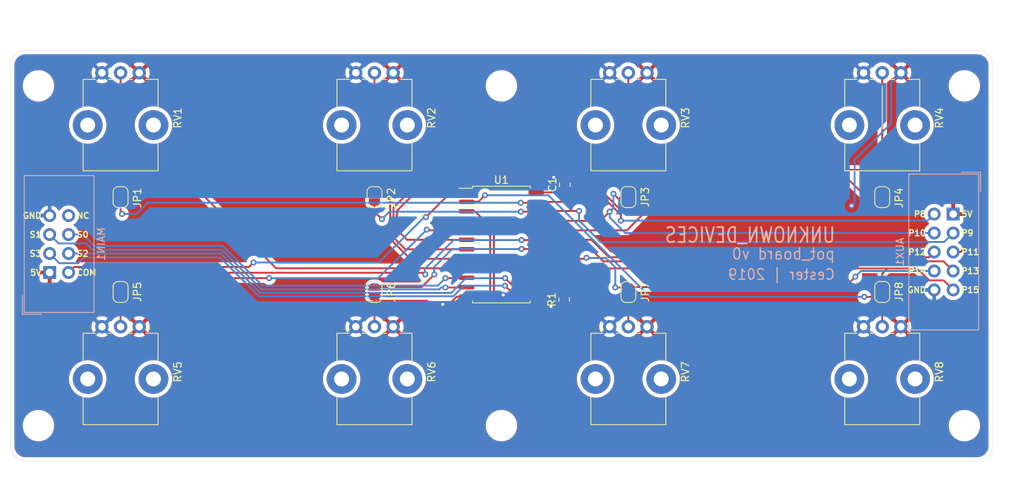
<source format=kicad_pcb>
(kicad_pcb (version 20171130) (host pcbnew "(5.1.2)-1")
  (layers (0 F.Cu signal) (31 B.Cu signal) (34 B.Paste user) (35 F.Paste user) (36 B.SilkS user) (37 F.SilkS user) (38 B.Mask user) (39 F.Mask user) (44 Edge.Cuts user))
  (net 0 "")
  (net 1 +5V)
  (net 2 P8)
  (net 3 P9)
  (net 4 P10)
  (net 5 P11)
  (net 6 P12)
  (net 7 P13)
  (net 8 P14)
  (net 9 P15)
  (net 10 GND)
  (net 11 P0)
  (net 12 P1)
  (net 13 P2)
  (net 14 P3)
  (net 15 P4)
  (net 16 P5)
  (net 17 P6)
  (net 18 P7)
  (net 19 "Net-(R1-Pad2)")
  (net 20 "Net-(C1-Pad1)")
  (net 21 COM)
  (net 22 S3)
  (net 23 S2)
  (net 24 S1)
  (net 25 S0)
  (module Connector_IDC:IDC-Header_2x05_P2.54mm_Vertical (layer B.Cu) (at 220.5 81.92 180)
    (fp_text reference AUX1 (at 7.112 -5.08 90) (layer B.SilkS) (effects (justify mirror)))
    (fp_text value AUX)
    (pad 10 thru_hole oval (at 2.54 -10.16 180) (size 1.7272 1.7272) (drill 1.016) (layers *.Cu *.Mask) (net 10 GND))
    (pad 9 thru_hole oval (at 0 -10.16 180) (size 1.7272 1.7272) (drill 1.016) (layers *.Cu *.Mask) (net 9 P15))
    (pad 8 thru_hole oval (at 2.54 -7.62 180) (size 1.7272 1.7272) (drill 1.016) (layers *.Cu *.Mask) (net 8 P14))
    (pad 7 thru_hole oval (at 0 -7.62 180) (size 1.7272 1.7272) (drill 1.016) (layers *.Cu *.Mask) (net 7 P13))
    (pad 6 thru_hole oval (at 2.54 -5.08 180) (size 1.7272 1.7272) (drill 1.016) (layers *.Cu *.Mask) (net 6 P12))
    (pad 5 thru_hole oval (at 0 -5.08 180) (size 1.7272 1.7272) (drill 1.016) (layers *.Cu *.Mask) (net 5 P11))
    (pad 4 thru_hole oval (at 2.54 -2.54 180) (size 1.7272 1.7272) (drill 1.016) (layers *.Cu *.Mask) (net 4 P10))
    (pad 3 thru_hole oval (at 0 -2.54 180) (size 1.7272 1.7272) (drill 1.016) (layers *.Cu *.Mask) (net 3 P9))
    (pad 2 thru_hole oval (at 2.54 0 180) (size 1.7272 1.7272) (drill 1.016) (layers *.Cu *.Mask) (net 2 P8))
    (pad 1 thru_hole rect (at 0 0 180) (size 1.7272 1.7272) (drill 1.016) (layers *.Cu *.Mask) (net 1 +5V))
  )
  (module Connector_IDC:IDC-Header_2x04_P2.54mm_Vertical (layer B.Cu) (at 99.5 89.74)
    (fp_text reference MAIN1 (at 6.9 -3.805 90) (layer B.SilkS) (effects (justify mirror)))
    (fp_text value MAIN)
    (pad 8 thru_hole oval (at 2.54 -7.62) (size 1.7272 1.7272) (drill 1.016) (layers *.Cu *.Mask))
    (pad 7 thru_hole oval (at 0 -7.62) (size 1.7272 1.7272) (drill 1.016) (layers *.Cu *.Mask) (net 10 GND))
    (pad 6 thru_hole oval (at 2.54 -5.08) (size 1.7272 1.7272) (drill 1.016) (layers *.Cu *.Mask) (net 25 S0))
    (pad 5 thru_hole oval (at 0 -5.08) (size 1.7272 1.7272) (drill 1.016) (layers *.Cu *.Mask) (net 24 S1))
    (pad 4 thru_hole oval (at 2.54 -2.54) (size 1.7272 1.7272) (drill 1.016) (layers *.Cu *.Mask) (net 23 S2))
    (pad 3 thru_hole oval (at 0 -2.54) (size 1.7272 1.7272) (drill 1.016) (layers *.Cu *.Mask) (net 22 S3))
    (pad 2 thru_hole oval (at 2.54 0) (size 1.7272 1.7272) (drill 1.016) (layers *.Cu *.Mask) (net 21 COM))
    (pad 1 thru_hole rect (at 0 0) (size 1.7272 1.7272) (drill 1.016) (layers *.Cu *.Mask) (net 1 +5V))
  )
  (module Potentiometer_THT:Potentiometer_Alps_RK09K_Single_Vertical (layer F.Cu) (at 106.5 63 270)
    (fp_text reference RV1 (at 6.05 -10.15 90) (layer F.SilkS))
    (fp_text value R_POT)
    (pad 3 thru_hole circle (at 0 -5 270) (size 1.8 1.8) (drill 1) (layers *.Cu *.Mask) (net 1 +5V))
    (pad 2 thru_hole circle (at 0 -2.5 270) (size 1.8 1.8) (drill 1) (layers *.Cu *.Mask) (net 11 P0))
    (pad 1 thru_hole circle (at 0 0 270) (size 1.8 1.8) (drill 1) (layers *.Cu *.Mask) (net 10 GND))
    (pad "" np_thru_hole circle (at 7 -6.9 270) (size 4 4) (drill 2) (layers *.Cu *.Mask))
    (pad "" np_thru_hole circle (at 7 1.9 270) (size 4 4) (drill 2) (layers *.Cu *.Mask))
  )
  (module Potentiometer_THT:Potentiometer_Alps_RK09K_Single_Vertical (layer F.Cu) (at 140.5 63 270)
    (fp_text reference RV2 (at 6.05 -10.15 90) (layer F.SilkS))
    (fp_text value R_POT)
    (pad 3 thru_hole circle (at 0 -5 270) (size 1.8 1.8) (drill 1) (layers *.Cu *.Mask) (net 1 +5V))
    (pad 2 thru_hole circle (at 0 -2.5 270) (size 1.8 1.8) (drill 1) (layers *.Cu *.Mask) (net 12 P1))
    (pad 1 thru_hole circle (at 0 0 270) (size 1.8 1.8) (drill 1) (layers *.Cu *.Mask) (net 10 GND))
    (pad "" np_thru_hole circle (at 7 -6.9 270) (size 4 4) (drill 2) (layers *.Cu *.Mask))
    (pad "" np_thru_hole circle (at 7 1.9 270) (size 4 4) (drill 2) (layers *.Cu *.Mask))
  )
  (module Potentiometer_THT:Potentiometer_Alps_RK09K_Single_Vertical (layer F.Cu) (at 174.5 63 270)
    (fp_text reference RV3 (at 6.05 -10.15 90) (layer F.SilkS))
    (fp_text value R_POT)
    (pad 3 thru_hole circle (at 0 -5 270) (size 1.8 1.8) (drill 1) (layers *.Cu *.Mask) (net 1 +5V))
    (pad 2 thru_hole circle (at 0 -2.5 270) (size 1.8 1.8) (drill 1) (layers *.Cu *.Mask) (net 13 P2))
    (pad 1 thru_hole circle (at 0 0 270) (size 1.8 1.8) (drill 1) (layers *.Cu *.Mask) (net 10 GND))
    (pad "" np_thru_hole circle (at 7 -6.9 270) (size 4 4) (drill 2) (layers *.Cu *.Mask))
    (pad "" np_thru_hole circle (at 7 1.9 270) (size 4 4) (drill 2) (layers *.Cu *.Mask))
  )
  (module Potentiometer_THT:Potentiometer_Alps_RK09K_Single_Vertical (layer F.Cu) (at 208.5 63 270)
    (fp_text reference RV4 (at 6.05 -10.15 90) (layer F.SilkS))
    (fp_text value R_POT)
    (pad 3 thru_hole circle (at 0 -5 270) (size 1.8 1.8) (drill 1) (layers *.Cu *.Mask) (net 1 +5V))
    (pad 2 thru_hole circle (at 0 -2.5 270) (size 1.8 1.8) (drill 1) (layers *.Cu *.Mask) (net 14 P3))
    (pad 1 thru_hole circle (at 0 0 270) (size 1.8 1.8) (drill 1) (layers *.Cu *.Mask) (net 10 GND))
    (pad "" np_thru_hole circle (at 7 -6.9 270) (size 4 4) (drill 2) (layers *.Cu *.Mask))
    (pad "" np_thru_hole circle (at 7 1.9 270) (size 4 4) (drill 2) (layers *.Cu *.Mask))
  )
  (module Potentiometer_THT:Potentiometer_Alps_RK09K_Single_Vertical (layer F.Cu) (at 106.5 97 270)
    (fp_text reference RV5 (at 6.05 -10.15 90) (layer F.SilkS))
    (fp_text value R_POT)
    (pad 3 thru_hole circle (at 0 -5 270) (size 1.8 1.8) (drill 1) (layers *.Cu *.Mask) (net 1 +5V))
    (pad 2 thru_hole circle (at 0 -2.5 270) (size 1.8 1.8) (drill 1) (layers *.Cu *.Mask) (net 15 P4))
    (pad 1 thru_hole circle (at 0 0 270) (size 1.8 1.8) (drill 1) (layers *.Cu *.Mask) (net 10 GND))
    (pad "" np_thru_hole circle (at 7 -6.9 270) (size 4 4) (drill 2) (layers *.Cu *.Mask))
    (pad "" np_thru_hole circle (at 7 1.9 270) (size 4 4) (drill 2) (layers *.Cu *.Mask))
  )
  (module Potentiometer_THT:Potentiometer_Alps_RK09K_Single_Vertical (layer F.Cu) (at 140.5 97 270)
    (fp_text reference RV6 (at 6.05 -10.15 90) (layer F.SilkS))
    (fp_text value R_POT)
    (pad 3 thru_hole circle (at 0 -5 270) (size 1.8 1.8) (drill 1) (layers *.Cu *.Mask) (net 1 +5V))
    (pad 2 thru_hole circle (at 0 -2.5 270) (size 1.8 1.8) (drill 1) (layers *.Cu *.Mask) (net 16 P5))
    (pad 1 thru_hole circle (at 0 0 270) (size 1.8 1.8) (drill 1) (layers *.Cu *.Mask) (net 10 GND))
    (pad "" np_thru_hole circle (at 7 -6.9 270) (size 4 4) (drill 2) (layers *.Cu *.Mask))
    (pad "" np_thru_hole circle (at 7 1.9 270) (size 4 4) (drill 2) (layers *.Cu *.Mask))
  )
  (module Potentiometer_THT:Potentiometer_Alps_RK09K_Single_Vertical (layer F.Cu) (at 174.5 97 270)
    (fp_text reference RV7 (at 6.05 -10.15 90) (layer F.SilkS))
    (fp_text value R_POT)
    (pad 3 thru_hole circle (at 0 -5 270) (size 1.8 1.8) (drill 1) (layers *.Cu *.Mask) (net 1 +5V))
    (pad 2 thru_hole circle (at 0 -2.5 270) (size 1.8 1.8) (drill 1) (layers *.Cu *.Mask) (net 17 P6))
    (pad 1 thru_hole circle (at 0 0 270) (size 1.8 1.8) (drill 1) (layers *.Cu *.Mask) (net 10 GND))
    (pad "" np_thru_hole circle (at 7 -6.9 270) (size 4 4) (drill 2) (layers *.Cu *.Mask))
    (pad "" np_thru_hole circle (at 7 1.9 270) (size 4 4) (drill 2) (layers *.Cu *.Mask))
  )
  (module Potentiometer_THT:Potentiometer_Alps_RK09K_Single_Vertical (layer F.Cu) (at 208.5 97 270)
    (fp_text reference RV8 (at 6.05 -10.15 90) (layer F.SilkS))
    (fp_text value R_POT)
    (pad 3 thru_hole circle (at 0 -5 270) (size 1.8 1.8) (drill 1) (layers *.Cu *.Mask) (net 1 +5V))
    (pad 2 thru_hole circle (at 0 -2.5 270) (size 1.8 1.8) (drill 1) (layers *.Cu *.Mask) (net 18 P7))
    (pad 1 thru_hole circle (at 0 0 270) (size 1.8 1.8) (drill 1) (layers *.Cu *.Mask) (net 10 GND))
    (pad "" np_thru_hole circle (at 7 -6.9 270) (size 4 4) (drill 2) (layers *.Cu *.Mask))
    (pad "" np_thru_hole circle (at 7 1.9 270) (size 4 4) (drill 2) (layers *.Cu *.Mask))
  )
  (module MountingHole:MountingHole_3.2mm_M3 (layer F.Cu) (at 222 110.25)
    (fp_text reference H6 hide)
    (fp_text value MountingHole)
    (pad 1 np_thru_hole circle (at 0 0) (size 3.2 3.2) (drill 3.2) (layers *.Cu *.Mask))
  )
  (module MountingHole:MountingHole_3.2mm_M3 (layer F.Cu) (at 160 110.25)
    (fp_text reference H5 hide)
    (fp_text value MountingHole)
    (pad 1 np_thru_hole circle (at 0 0) (size 3.2 3.2) (drill 3.2) (layers *.Cu *.Mask))
  )
  (module MountingHole:MountingHole_3.2mm_M3 (layer F.Cu) (at 98 110.25)
    (fp_text reference H4 hide)
    (fp_text value MountingHole)
    (pad 1 np_thru_hole circle (at 0 0) (size 3.2 3.2) (drill 3.2) (layers *.Cu *.Mask))
  )
  (module MountingHole:MountingHole_3.2mm_M3 (layer F.Cu) (at 222 64.75)
    (fp_text reference H3 hide)
    (fp_text value MountingHole)
    (pad 1 np_thru_hole circle (at 0 0) (size 3.2 3.2) (drill 3.2) (layers *.Cu *.Mask))
  )
  (module MountingHole:MountingHole_3.2mm_M3 (layer F.Cu) (at 160 64.75)
    (fp_text reference H2 hide)
    (fp_text value MountingHole)
    (pad 1 np_thru_hole circle (at 0 0) (size 3.2 3.2) (drill 3.2) (layers *.Cu *.Mask))
  )
  (module MountingHole:MountingHole_3.2mm_M3 (layer F.Cu) (at 98 64.75)
    (fp_text reference H1 hide)
    (fp_text value MountingHole)
    (pad 1 np_thru_hole circle (at 0 0) (size 3.2 3.2) (drill 3.2) (layers *.Cu *.Mask))
  )
  (module Capacitor_SMD:C_0805_2012Metric (layer F.Cu) (at 168.5 78 90)
    (fp_text reference C1 (at 0 -1.65 90) (layer F.SilkS))
    (fp_text value 0.1uf)
    (pad 1 smd roundrect (at -0.9375 0 90) (size 0.975 1.4) (layers F.Cu F.Paste F.Mask) (net 20 "Net-(C1-Pad1)"))
    (pad 2 smd roundrect (at 0.9375 0 90) (size 0.975 1.4) (layers F.Cu F.Paste F.Mask) (net 10 GND))
  )
  (module Jumper:SolderJumper-2_P1.3mm_Open_RoundedPad1.0x1.5mm (layer F.Cu) (at 109 79.65 90)
    (fp_text reference JP1 (at -0.1 2.25 270) (layer F.SilkS))
    (fp_text value JP_aux)
    (pad 2 smd custom (at 0.65 0 90) (size 1 0.5) (layers F.Cu F.Mask) (net 11 P0) (options (clearance outline) (anchor rect)) (primitives (gr_circle (center 0 0.25) (end 0.5 0.25) (width 0)) (gr_circle (center 0 -0.25) (end 0.5 -0.25) (width 0)) (gr_poly (pts (xy 0 -0.75) (xy -0.5 -0.75) (xy -0.5 0.75) (xy 0 0.75)) (width 0))))
    (pad 1 smd custom (at -0.65 0 90) (size 1 0.5) (layers F.Cu F.Mask) (net 2 P8) (options (clearance outline) (anchor rect)) (primitives (gr_circle (center 0 0.25) (end 0.5 0.25) (width 0)) (gr_circle (center 0 -0.25) (end 0.5 -0.25) (width 0)) (gr_poly (pts (xy 0 -0.75) (xy 0.5 -0.75) (xy 0.5 0.75) (xy 0 0.75)) (width 0))))
  )
  (module Jumper:SolderJumper-2_P1.3mm_Open_RoundedPad1.0x1.5mm (layer F.Cu) (at 143 79.65 90)
    (fp_text reference JP2 (at -0.1 2.25 90) (layer F.SilkS))
    (fp_text value JP_aux)
    (pad 1 smd custom (at -0.65 0 90) (size 1 0.5) (layers F.Cu F.Mask) (net 3 P9) (options (clearance outline) (anchor rect)) (primitives (gr_circle (center 0 0.25) (end 0.5 0.25) (width 0)) (gr_circle (center 0 -0.25) (end 0.5 -0.25) (width 0)) (gr_poly (pts (xy 0 -0.75) (xy 0.5 -0.75) (xy 0.5 0.75) (xy 0 0.75)) (width 0))))
    (pad 2 smd custom (at 0.65 0 90) (size 1 0.5) (layers F.Cu F.Mask) (net 12 P1) (options (clearance outline) (anchor rect)) (primitives (gr_circle (center 0 0.25) (end 0.5 0.25) (width 0)) (gr_circle (center 0 -0.25) (end 0.5 -0.25) (width 0)) (gr_poly (pts (xy 0 -0.75) (xy -0.5 -0.75) (xy -0.5 0.75) (xy 0 0.75)) (width 0))))
  )
  (module Jumper:SolderJumper-2_P1.3mm_Open_RoundedPad1.0x1.5mm (layer F.Cu) (at 177 79.65 90)
    (fp_text reference JP3 (at 0 2.25 90) (layer F.SilkS))
    (fp_text value JP_aux)
    (pad 2 smd custom (at 0.65 0 90) (size 1 0.5) (layers F.Cu F.Mask) (net 13 P2) (options (clearance outline) (anchor rect)) (primitives (gr_circle (center 0 0.25) (end 0.5 0.25) (width 0)) (gr_circle (center 0 -0.25) (end 0.5 -0.25) (width 0)) (gr_poly (pts (xy 0 -0.75) (xy -0.5 -0.75) (xy -0.5 0.75) (xy 0 0.75)) (width 0))))
    (pad 1 smd custom (at -0.65 0 90) (size 1 0.5) (layers F.Cu F.Mask) (net 4 P10) (options (clearance outline) (anchor rect)) (primitives (gr_circle (center 0 0.25) (end 0.5 0.25) (width 0)) (gr_circle (center 0 -0.25) (end 0.5 -0.25) (width 0)) (gr_poly (pts (xy 0 -0.75) (xy 0.5 -0.75) (xy 0.5 0.75) (xy 0 0.75)) (width 0))))
  )
  (module Jumper:SolderJumper-2_P1.3mm_Open_RoundedPad1.0x1.5mm (layer F.Cu) (at 211 79.65 90)
    (fp_text reference JP4 (at -0.1 2.25 90) (layer F.SilkS))
    (fp_text value JP_aux)
    (pad 1 smd custom (at -0.65 0 90) (size 1 0.5) (layers F.Cu F.Mask) (net 5 P11) (options (clearance outline) (anchor rect)) (primitives (gr_circle (center 0 0.25) (end 0.5 0.25) (width 0)) (gr_circle (center 0 -0.25) (end 0.5 -0.25) (width 0)) (gr_poly (pts (xy 0 -0.75) (xy 0.5 -0.75) (xy 0.5 0.75) (xy 0 0.75)) (width 0))))
    (pad 2 smd custom (at 0.65 0 90) (size 1 0.5) (layers F.Cu F.Mask) (net 14 P3) (options (clearance outline) (anchor rect)) (primitives (gr_circle (center 0 0.25) (end 0.5 0.25) (width 0)) (gr_circle (center 0 -0.25) (end 0.5 -0.25) (width 0)) (gr_poly (pts (xy 0 -0.75) (xy -0.5 -0.75) (xy -0.5 0.75) (xy 0 0.75)) (width 0))))
  )
  (module Jumper:SolderJumper-2_P1.3mm_Open_RoundedPad1.0x1.5mm (layer F.Cu) (at 109 92.350001 270)
    (fp_text reference JP5 (at 0 -2.25 90) (layer F.SilkS))
    (fp_text value JP_aux)
    (pad 1 smd custom (at -0.65 0 270) (size 1 0.5) (layers F.Cu F.Mask) (net 6 P12) (options (clearance outline) (anchor rect)) (primitives (gr_circle (center 0 0.25) (end 0.5 0.25) (width 0)) (gr_circle (center 0 -0.25) (end 0.5 -0.25) (width 0)) (gr_poly (pts (xy 0 -0.75) (xy 0.5 -0.75) (xy 0.5 0.75) (xy 0 0.75)) (width 0))))
    (pad 2 smd custom (at 0.65 0 270) (size 1 0.5) (layers F.Cu F.Mask) (net 15 P4) (options (clearance outline) (anchor rect)) (primitives (gr_circle (center 0 0.25) (end 0.5 0.25) (width 0)) (gr_circle (center 0 -0.25) (end 0.5 -0.25) (width 0)) (gr_poly (pts (xy 0 -0.75) (xy -0.5 -0.75) (xy -0.5 0.75) (xy 0 0.75)) (width 0))))
  )
  (module Jumper:SolderJumper-2_P1.3mm_Open_RoundedPad1.0x1.5mm (layer F.Cu) (at 143 92.350001 270)
    (fp_text reference JP6 (at 0 -2.25 90) (layer F.SilkS))
    (fp_text value JP_aux)
    (pad 2 smd custom (at 0.65 0 270) (size 1 0.5) (layers F.Cu F.Mask) (net 16 P5) (options (clearance outline) (anchor rect)) (primitives (gr_circle (center 0 0.25) (end 0.5 0.25) (width 0)) (gr_circle (center 0 -0.25) (end 0.5 -0.25) (width 0)) (gr_poly (pts (xy 0 -0.75) (xy -0.5 -0.75) (xy -0.5 0.75) (xy 0 0.75)) (width 0))))
    (pad 1 smd custom (at -0.65 0 270) (size 1 0.5) (layers F.Cu F.Mask) (net 7 P13) (options (clearance outline) (anchor rect)) (primitives (gr_circle (center 0 0.25) (end 0.5 0.25) (width 0)) (gr_circle (center 0 -0.25) (end 0.5 -0.25) (width 0)) (gr_poly (pts (xy 0 -0.75) (xy 0.5 -0.75) (xy 0.5 0.75) (xy 0 0.75)) (width 0))))
  )
  (module Jumper:SolderJumper-2_P1.3mm_Open_RoundedPad1.0x1.5mm (layer F.Cu) (at 177 92.35 270)
    (fp_text reference JP7 (at 0 -2.25 90) (layer F.SilkS))
    (fp_text value JP_aux)
    (pad 1 smd custom (at -0.65 0 270) (size 1 0.5) (layers F.Cu F.Mask) (net 8 P14) (options (clearance outline) (anchor rect)) (primitives (gr_circle (center 0 0.25) (end 0.5 0.25) (width 0)) (gr_circle (center 0 -0.25) (end 0.5 -0.25) (width 0)) (gr_poly (pts (xy 0 -0.75) (xy 0.5 -0.75) (xy 0.5 0.75) (xy 0 0.75)) (width 0))))
    (pad 2 smd custom (at 0.65 0 270) (size 1 0.5) (layers F.Cu F.Mask) (net 17 P6) (options (clearance outline) (anchor rect)) (primitives (gr_circle (center 0 0.25) (end 0.5 0.25) (width 0)) (gr_circle (center 0 -0.25) (end 0.5 -0.25) (width 0)) (gr_poly (pts (xy 0 -0.75) (xy -0.5 -0.75) (xy -0.5 0.75) (xy 0 0.75)) (width 0))))
  )
  (module Jumper:SolderJumper-2_P1.3mm_Open_RoundedPad1.0x1.5mm (layer F.Cu) (at 211 92.35 270)
    (fp_text reference JP8 (at 0 -2.25 90) (layer F.SilkS))
    (fp_text value JP_aux)
    (pad 2 smd custom (at 0.65 0 270) (size 1 0.5) (layers F.Cu F.Mask) (net 18 P7) (options (clearance outline) (anchor rect)) (primitives (gr_circle (center 0 0.25) (end 0.5 0.25) (width 0)) (gr_circle (center 0 -0.25) (end 0.5 -0.25) (width 0)) (gr_poly (pts (xy 0 -0.75) (xy -0.5 -0.75) (xy -0.5 0.75) (xy 0 0.75)) (width 0))))
    (pad 1 smd custom (at -0.65 0 270) (size 1 0.5) (layers F.Cu F.Mask) (net 9 P15) (options (clearance outline) (anchor rect)) (primitives (gr_circle (center 0 0.25) (end 0.5 0.25) (width 0)) (gr_circle (center 0 -0.25) (end 0.5 -0.25) (width 0)) (gr_poly (pts (xy 0 -0.75) (xy 0.5 -0.75) (xy 0.5 0.75) (xy 0 0.75)) (width 0))))
  )
  (module Resistor_SMD:R_0805_2012Metric (layer F.Cu) (at 168.4 93.3625 90)
    (fp_text reference R1 (at 0 -1.65 90) (layer F.SilkS))
    (fp_text value 10K)
    (pad 1 smd roundrect (at -0.9375 0 90) (size 0.975 1.4) (layers F.Cu F.Paste F.Mask) (net 10 GND))
    (pad 2 smd roundrect (at 0.9375 0 90) (size 0.975 1.4) (layers F.Cu F.Paste F.Mask) (net 19 "Net-(R1-Pad2)"))
  )
  (module Package_SO:SOIC-24W_7.5x15.4mm_P1.27mm (layer F.Cu) (at 160 86)
    (fp_text reference U1 (at 0 -8.65) (layer F.SilkS))
    (fp_text value CD74HC4067M)
    (pad 1 smd roundrect (at -4.65 -6.985) (size 2.05 0.6) (layers F.Cu F.Paste F.Mask) (net 21 COM))
    (pad 2 smd roundrect (at -4.65 -5.715) (size 2.05 0.6) (layers F.Cu F.Paste F.Mask) (net 18 P7))
    (pad 3 smd roundrect (at -4.65 -4.445) (size 2.05 0.6) (layers F.Cu F.Paste F.Mask) (net 17 P6))
    (pad 4 smd roundrect (at -4.65 -3.175) (size 2.05 0.6) (layers F.Cu F.Paste F.Mask) (net 16 P5))
    (pad 5 smd roundrect (at -4.65 -1.905) (size 2.05 0.6) (layers F.Cu F.Paste F.Mask) (net 15 P4))
    (pad 6 smd roundrect (at -4.65 -0.635) (size 2.05 0.6) (layers F.Cu F.Paste F.Mask) (net 14 P3))
    (pad 7 smd roundrect (at -4.65 0.635) (size 2.05 0.6) (layers F.Cu F.Paste F.Mask) (net 13 P2))
    (pad 8 smd roundrect (at -4.65 1.905) (size 2.05 0.6) (layers F.Cu F.Paste F.Mask) (net 12 P1))
    (pad 9 smd roundrect (at -4.65 3.175) (size 2.05 0.6) (layers F.Cu F.Paste F.Mask) (net 11 P0))
    (pad 10 smd roundrect (at -4.65 4.445) (size 2.05 0.6) (layers F.Cu F.Paste F.Mask) (net 25 S0))
    (pad 11 smd roundrect (at -4.65 5.715) (size 2.05 0.6) (layers F.Cu F.Paste F.Mask) (net 24 S1))
    (pad 12 smd roundrect (at -4.65 6.985) (size 2.05 0.6) (layers F.Cu F.Paste F.Mask) (net 10 GND))
    (pad 13 smd roundrect (at 4.65 6.985) (size 2.05 0.6) (layers F.Cu F.Paste F.Mask) (net 22 S3))
    (pad 14 smd roundrect (at 4.65 5.715) (size 2.05 0.6) (layers F.Cu F.Paste F.Mask) (net 23 S2))
    (pad 15 smd roundrect (at 4.65 4.445) (size 2.05 0.6) (layers F.Cu F.Paste F.Mask) (net 19 "Net-(R1-Pad2)"))
    (pad 16 smd roundrect (at 4.65 3.175) (size 2.05 0.6) (layers F.Cu F.Paste F.Mask) (net 9 P15))
    (pad 17 smd roundrect (at 4.65 1.905) (size 2.05 0.6) (layers F.Cu F.Paste F.Mask) (net 8 P14))
    (pad 18 smd roundrect (at 4.65 0.635) (size 2.05 0.6) (layers F.Cu F.Paste F.Mask) (net 7 P13))
    (pad 19 smd roundrect (at 4.65 -0.635) (size 2.05 0.6) (layers F.Cu F.Paste F.Mask) (net 6 P12))
    (pad 20 smd roundrect (at 4.65 -1.905) (size 2.05 0.6) (layers F.Cu F.Paste F.Mask) (net 5 P11))
    (pad 21 smd roundrect (at 4.65 -3.175) (size 2.05 0.6) (layers F.Cu F.Paste F.Mask) (net 4 P10))
    (pad 22 smd roundrect (at 4.65 -4.445) (size 2.05 0.6) (layers F.Cu F.Paste F.Mask) (net 3 P9))
    (pad 23 smd roundrect (at 4.65 -5.715) (size 2.05 0.6) (layers F.Cu F.Paste F.Mask) (net 2 P8))
    (pad 24 smd roundrect (at 4.65 -6.985) (size 2.05 0.6) (layers F.Cu F.Paste F.Mask) (net 20 "Net-(C1-Pad1)"))
  )
  (gr_line (start 211 70.5) (end 211 64.75) (layer F.SilkS) (width 0.12))
  (gr_text "Cester | 2019" (at 190.25 90) (layer B.SilkS) (effects (font (size 1.4 1.3) (thickness 0.17)) (justify right mirror)))
  (gr_text "pot_board v0" (at 190.75 87.25) (layer B.SilkS) (effects (font (size 1.5 1.4) (thickness 0.17)) (justify right mirror)))
  (gr_text UNKNOWN_DEVICES (at 181.75 84.75) (layer B.SilkS) (effects (font (size 2 1.6) (thickness 0.24)) (justify right mirror)))
  (gr_text P15 (at 221.516 92.08) (layer F.SilkS) (effects (font (size 0.8 0.8) (thickness 0.17)) (justify left)))
  (gr_text GND (at 216.944 92.08) (layer F.SilkS) (effects (font (size 0.8 0.8) (thickness 0.17)) (justify right)))
  (gr_text P13 (at 221.516 89.54) (layer F.SilkS) (effects (font (size 0.8 0.8) (thickness 0.17)) (justify left)))
  (gr_text P14 (at 216.944 89.54) (layer F.SilkS) (effects (font (size 0.8 0.8) (thickness 0.17)) (justify right)))
  (gr_text P11 (at 221.516 87) (layer F.SilkS) (effects (font (size 0.8 0.8) (thickness 0.17)) (justify left)))
  (gr_text P12 (at 216.944 87) (layer F.SilkS) (effects (font (size 0.8 0.8) (thickness 0.17)) (justify right)))
  (gr_text P9 (at 221.516 84.46) (layer F.SilkS) (effects (font (size 0.8 0.8) (thickness 0.17)) (justify left)))
  (gr_text P10 (at 216.944 84.46) (layer F.SilkS) (effects (font (size 0.8 0.8) (thickness 0.17)) (justify right)))
  (gr_text 5V (at 221.516 81.92) (layer F.SilkS) (effects (font (size 0.8 0.8) (thickness 0.17)) (justify left)))
  (gr_text P8 (at 216.944 81.92) (layer F.SilkS) (effects (font (size 0.8 0.8) (thickness 0.17)) (justify right)))
  (gr_text 5V (at 98.476 89.754) (layer F.SilkS) (effects (font (size 0.8 0.8) (thickness 0.17)) (justify right)))
  (gr_text S3 (at 98.476 87.214) (layer F.SilkS) (effects (font (size 0.8 0.8) (thickness 0.17)) (justify right)))
  (gr_text S1 (at 98.476 84.674) (layer F.SilkS) (effects (font (size 0.8 0.8) (thickness 0.17)) (justify right)))
  (gr_text COM (at 103.048 89.754) (layer F.SilkS) (effects (font (size 0.8 0.8) (thickness 0.17)) (justify left)))
  (gr_text S2 (at 103.048 87.214) (layer F.SilkS) (effects (font (size 0.8 0.8) (thickness 0.17)) (justify left)))
  (gr_text S0 (at 103.048 84.674) (layer F.SilkS) (effects (font (size 0.8 0.8) (thickness 0.17)) (justify left)))
  (gr_text GND (at 98.476 82.134) (layer F.SilkS) (effects (font (size 0.8 0.8) (thickness 0.17)) (justify right)))
  (gr_text NC (at 103.048 82.134) (layer F.SilkS) (effects (font (size 0.8 0.8) (thickness 0.17)) (justify left)))
  (gr_line (start 225.75 62) (end 225.75 113) (layer Edge.Cuts) (width 0.05))
  (gr_arc (start 223.750001 62) (end 225.750001 61.999999) (angle -90) (layer Edge.Cuts) (width 0.05))
  (gr_arc (start 223.749999 113) (end 223.749999 115.000001) (angle -90) (layer Edge.Cuts) (width 0.05))
  (gr_arc (start 96.25 62) (end 96.25 60) (angle -90) (layer Edge.Cuts) (width 0.05))
  (gr_arc (start 96.25 113) (end 94.25 113) (angle -90) (layer Edge.Cuts) (width 0.05))
  (gr_line (start 223.749999 115.000001) (end 96.25 115) (layer Edge.Cuts) (width 0.05))
  (gr_line (start 96.25 60) (end 223.749999 60) (layer Edge.Cuts) (width 0.05))
  (gr_line (start 94.25 113) (end 94.25 62) (layer Edge.Cuts) (width 0.05))
  (via (at 206.9 80.8) (size 0.8) (drill 0.4) (layers F.Cu B.Cu) (net 1))
  (segment (start 212.2 64.3) (end 213.5 63) (width 0.25) (layer B.Cu) (net 1))
  (segment (start 212.2 69.758998) (end 212.2 64.3) (width 0.25) (layer B.Cu) (net 1))
  (segment (start 207.299999 74.658999) (end 212.2 69.758998) (width 0.25) (layer B.Cu) (net 1))
  (segment (start 206.9 80.8) (end 207.299999 80.400001) (width 0.25) (layer B.Cu) (net 1))
  (segment (start 207.299999 80.400001) (end 207.299999 74.658999) (width 0.25) (layer B.Cu) (net 1))
  (via (at 109.2 81.9) (size 0.8) (drill 0.4) (layers F.Cu B.Cu) (net 2))
  (segment (start 109 80.3) (end 109 81.7) (width 0.25) (layer F.Cu) (net 2))
  (segment (start 109 81.7) (end 109.2 81.9) (width 0.25) (layer F.Cu) (net 2))
  (via (at 162.6 80.4) (size 0.8) (drill 0.4) (layers F.Cu B.Cu) (net 2))
  (segment (start 164.535 80.4) (end 164.65 80.285) (width 0.25) (layer F.Cu) (net 2))
  (segment (start 162.6 80.4) (end 164.535 80.4) (width 0.25) (layer F.Cu) (net 2))
  (via (at 176 82.8) (size 0.8) (drill 0.4) (layers F.Cu B.Cu) (net 2))
  (segment (start 172.248589 80.285) (end 164.65 80.285) (width 0.25) (layer F.Cu) (net 2))
  (segment (start 174.248589 80.285) (end 172.248589 80.285) (width 0.25) (layer F.Cu) (net 2))
  (segment (start 176 82.8) (end 176 82.036411) (width 0.25) (layer F.Cu) (net 2))
  (segment (start 176 82.036411) (end 174.248589 80.285) (width 0.25) (layer F.Cu) (net 2))
  (segment (start 162.034315 80.4) (end 162.6 80.4) (width 0.25) (layer B.Cu) (net 2))
  (segment (start 112.6 80.4) (end 162.034315 80.4) (width 0.25) (layer B.Cu) (net 2))
  (segment (start 109.2 81.9) (end 111.1 81.9) (width 0.25) (layer B.Cu) (net 2))
  (segment (start 111.1 81.9) (end 112.6 80.4) (width 0.25) (layer B.Cu) (net 2))
  (segment (start 217.08 82.8) (end 217.96 81.92) (width 0.25) (layer B.Cu) (net 2))
  (segment (start 176 82.8) (end 217.08 82.8) (width 0.25) (layer B.Cu) (net 2))
  (via (at 162.6 81.6) (size 0.8) (drill 0.4) (layers F.Cu B.Cu) (net 3))
  (segment (start 164.605 81.6) (end 164.65 81.555) (width 0.25) (layer F.Cu) (net 3))
  (segment (start 162.6 81.6) (end 164.605 81.6) (width 0.25) (layer F.Cu) (net 3))
  (via (at 170.4 81.5) (size 0.8) (drill 0.4) (layers F.Cu B.Cu) (net 3))
  (via (at 144 82.6) (size 0.8) (drill 0.4) (layers F.Cu B.Cu) (net 3))
  (segment (start 143 81.6) (end 143.600001 82.200001) (width 0.25) (layer F.Cu) (net 3))
  (segment (start 143 80.3) (end 143 81.6) (width 0.25) (layer F.Cu) (net 3))
  (segment (start 143.600001 82.200001) (end 144 82.6) (width 0.25) (layer F.Cu) (net 3))
  (segment (start 144.399999 82.200001) (end 144 82.6) (width 0.25) (layer B.Cu) (net 3))
  (segment (start 162.6 81.6) (end 145 81.6) (width 0.25) (layer B.Cu) (net 3))
  (segment (start 145 81.6) (end 144.399999 82.200001) (width 0.25) (layer B.Cu) (net 3))
  (segment (start 164.705 81.5) (end 164.65 81.555) (width 0.25) (layer F.Cu) (net 3))
  (segment (start 170.4 81.5) (end 164.705 81.5) (width 0.25) (layer F.Cu) (net 3))
  (segment (start 219.454999 85.505001) (end 220.5 84.46) (width 0.25) (layer B.Cu) (net 3))
  (segment (start 219.311399 85.648601) (end 219.454999 85.505001) (width 0.25) (layer B.Cu) (net 3))
  (segment (start 173.275599 85.648601) (end 219.311399 85.648601) (width 0.25) (layer B.Cu) (net 3))
  (segment (start 170.4 81.5) (end 170.4 82.773002) (width 0.25) (layer B.Cu) (net 3))
  (segment (start 170.4 82.773002) (end 173.275599 85.648601) (width 0.25) (layer B.Cu) (net 3))
  (via (at 174.5 81.599998) (size 0.8) (drill 0.4) (layers F.Cu B.Cu) (net 4))
  (via (at 175 79.2) (size 0.8) (drill 0.4) (layers F.Cu B.Cu) (net 4))
  (segment (start 175.399999 79.599999) (end 175 79.2) (width 0.25) (layer F.Cu) (net 4))
  (segment (start 176.1 80.3) (end 175.399999 79.599999) (width 0.25) (layer F.Cu) (net 4))
  (segment (start 177 80.3) (end 176.1 80.3) (width 0.25) (layer F.Cu) (net 4))
  (segment (start 175 81.099998) (end 174.5 81.599998) (width 0.25) (layer B.Cu) (net 4))
  (segment (start 175 79.2) (end 175 81.099998) (width 0.25) (layer B.Cu) (net 4))
  (segment (start 171.274998 82.825) (end 164.65 82.825) (width 0.25) (layer F.Cu) (net 4))
  (segment (start 174.5 81.599998) (end 173.274998 82.825) (width 0.25) (layer F.Cu) (net 4))
  (segment (start 173.274998 82.825) (end 171.274998 82.825) (width 0.25) (layer F.Cu) (net 4))
  (segment (start 174.5 82.373004) (end 174.5 81.599998) (width 0.25) (layer B.Cu) (net 4))
  (segment (start 217.96 84.46) (end 176.586996 84.46) (width 0.25) (layer B.Cu) (net 4))
  (segment (start 176.586996 84.46) (end 174.5 82.373004) (width 0.25) (layer B.Cu) (net 4))
  (segment (start 214.5 80.3) (end 215.4 79.4) (width 0.25) (layer F.Cu) (net 5))
  (segment (start 211 80.3) (end 214.5 80.3) (width 0.25) (layer F.Cu) (net 5))
  (segment (start 221.5 87) (end 220.5 87) (width 0.25) (layer F.Cu) (net 5))
  (segment (start 215.4 79.4) (end 221.8 79.4) (width 0.25) (layer F.Cu) (net 5))
  (segment (start 221.8 79.4) (end 223.5 81.1) (width 0.25) (layer F.Cu) (net 5))
  (segment (start 223.5 81.1) (end 223.5 85) (width 0.25) (layer F.Cu) (net 5))
  (segment (start 223.5 85) (end 221.5 87) (width 0.25) (layer F.Cu) (net 5))
  (segment (start 209.5 80.3) (end 211 80.3) (width 0.25) (layer F.Cu) (net 5))
  (segment (start 205.7 76.5) (end 209.5 80.3) (width 0.25) (layer F.Cu) (net 5))
  (segment (start 184.4 76.5) (end 205.7 76.5) (width 0.25) (layer F.Cu) (net 5))
  (segment (start 164.65 84.095) (end 176.805 84.095) (width 0.25) (layer F.Cu) (net 5))
  (segment (start 176.805 84.095) (end 184.4 76.5) (width 0.25) (layer F.Cu) (net 5))
  (segment (start 164.65 85.365) (end 164.715011 85.299989) (width 0.25) (layer F.Cu) (net 6))
  (via (at 162.7 85.4) (size 0.8) (drill 0.4) (layers F.Cu B.Cu) (net 6))
  (segment (start 164.615 85.4) (end 164.65 85.365) (width 0.25) (layer F.Cu) (net 6))
  (segment (start 162.7 85.4) (end 164.615 85.4) (width 0.25) (layer F.Cu) (net 6))
  (via (at 149.8 90) (size 0.8) (drill 0.4) (layers F.Cu B.Cu) (net 6))
  (segment (start 149.75 89.95) (end 149.8 90) (width 0.25) (layer B.Cu) (net 6))
  (segment (start 149.75 89.25) (end 149.75 89.95) (width 0.25) (layer B.Cu) (net 6))
  (segment (start 162.7 85.4) (end 153.6 85.4) (width 0.25) (layer B.Cu) (net 6))
  (segment (start 153.6 85.4) (end 149.75 89.25) (width 0.25) (layer B.Cu) (net 6))
  (segment (start 149.574998 89.774998) (end 149.8 90) (width 0.25) (layer F.Cu) (net 6))
  (segment (start 110.325003 89.774998) (end 149.574998 89.774998) (width 0.25) (layer F.Cu) (net 6))
  (segment (start 109 91.700001) (end 109 91.100001) (width 0.25) (layer F.Cu) (net 6))
  (segment (start 109 91.100001) (end 110.325003 89.774998) (width 0.25) (layer F.Cu) (net 6))
  (segment (start 172.065 85.365) (end 164.65 85.365) (width 0.25) (layer F.Cu) (net 6))
  (segment (start 174.4 87.7) (end 172.065 85.365) (width 0.25) (layer F.Cu) (net 6))
  (segment (start 217.96 87) (end 217.26 87.7) (width 0.25) (layer F.Cu) (net 6))
  (segment (start 217.26 87.7) (end 174.4 87.7) (width 0.25) (layer F.Cu) (net 6))
  (via (at 162.7 86.6) (size 0.8) (drill 0.4) (layers F.Cu B.Cu) (net 7))
  (segment (start 164.615 86.6) (end 164.65 86.635) (width 0.25) (layer F.Cu) (net 7))
  (segment (start 162.7 86.6) (end 164.615 86.6) (width 0.25) (layer F.Cu) (net 7))
  (via (at 151.012656 90.012664) (size 0.8) (drill 0.4) (layers F.Cu B.Cu) (net 7))
  (segment (start 151 90.000008) (end 151.012656 90.012664) (width 0.25) (layer B.Cu) (net 7))
  (segment (start 151 89) (end 151 90.000008) (width 0.25) (layer B.Cu) (net 7))
  (segment (start 162.7 86.6) (end 153.4 86.6) (width 0.25) (layer B.Cu) (net 7))
  (segment (start 153.4 86.6) (end 151 89) (width 0.25) (layer B.Cu) (net 7))
  (segment (start 149.325319 91.700001) (end 151.012656 90.012664) (width 0.25) (layer F.Cu) (net 7))
  (segment (start 143 91.700001) (end 147.325319 91.700001) (width 0.25) (layer F.Cu) (net 7))
  (segment (start 149.325319 91.700001) (end 147.325319 91.700001) (width 0.25) (layer F.Cu) (net 7))
  (segment (start 219.636401 88.676401) (end 220.5 89.54) (width 0.25) (layer F.Cu) (net 7))
  (segment (start 219.21 88.25) (end 219.636401 88.676401) (width 0.25) (layer F.Cu) (net 7))
  (segment (start 173.65 88.25) (end 219.21 88.25) (width 0.25) (layer F.Cu) (net 7))
  (segment (start 164.65 86.635) (end 172.035 86.635) (width 0.25) (layer F.Cu) (net 7))
  (segment (start 172.035 86.635) (end 173.65 88.25) (width 0.25) (layer F.Cu) (net 7))
  (via (at 175.25 91.75) (size 0.8) (drill 0.4) (layers F.Cu B.Cu) (net 8))
  (segment (start 176.95 91.75) (end 177 91.7) (width 0.25) (layer F.Cu) (net 8))
  (segment (start 175.25 91.75) (end 176.95 91.75) (width 0.25) (layer F.Cu) (net 8))
  (via (at 171.404998 87.77499) (size 0.8) (drill 0.4) (layers F.Cu B.Cu) (net 8))
  (segment (start 171.274988 87.905) (end 171.404998 87.77499) (width 0.25) (layer F.Cu) (net 8))
  (segment (start 171.404998 87.8) (end 171.404998 87.77499) (width 0.25) (layer B.Cu) (net 8))
  (segment (start 174 87.8) (end 171.404998 87.8) (width 0.25) (layer B.Cu) (net 8))
  (segment (start 175.25 91.75) (end 175.25 89.05) (width 0.25) (layer B.Cu) (net 8))
  (segment (start 175.25 89.05) (end 174 87.8) (width 0.25) (layer B.Cu) (net 8))
  (segment (start 164.65 87.905) (end 171.274988 87.905) (width 0.25) (layer F.Cu) (net 8))
  (segment (start 208.16 89.54) (end 207.799999 89.900001) (width 0.25) (layer B.Cu) (net 8))
  (segment (start 206 91.7) (end 207.000001 90.699999) (width 0.25) (layer F.Cu) (net 8))
  (segment (start 207.799999 89.900001) (end 207.4 90.3) (width 0.25) (layer B.Cu) (net 8))
  (segment (start 217.96 89.54) (end 208.16 89.54) (width 0.25) (layer B.Cu) (net 8))
  (segment (start 207.000001 90.699999) (end 207.4 90.3) (width 0.25) (layer F.Cu) (net 8))
  (segment (start 177 91.7) (end 206 91.7) (width 0.25) (layer F.Cu) (net 8))
  (via (at 207.4 90.3) (size 0.8) (drill 0.4) (layers F.Cu B.Cu) (net 8))
  (segment (start 219.636401 91.216401) (end 220.5 92.08) (width 0.25) (layer F.Cu) (net 9))
  (segment (start 219.22 90.8) (end 219.636401 91.216401) (width 0.25) (layer F.Cu) (net 9))
  (segment (start 217.3 90.8) (end 219.22 90.8) (width 0.25) (layer F.Cu) (net 9))
  (segment (start 215.95429 89.54571) (end 216.04571 89.54571) (width 0.25) (layer F.Cu) (net 9))
  (segment (start 216.04571 89.54571) (end 217.3 90.8) (width 0.25) (layer F.Cu) (net 9))
  (segment (start 215.60858 89.2) (end 215.95429 89.54571) (width 0.25) (layer F.Cu) (net 9))
  (segment (start 214.2 89.2) (end 215.60858 89.2) (width 0.25) (layer F.Cu) (net 9))
  (segment (start 211.7 89.2) (end 214.2 89.2) (width 0.25) (layer F.Cu) (net 9))
  (segment (start 211 89.9) (end 211.1 89.8) (width 0.25) (layer F.Cu) (net 9))
  (segment (start 211 91.7) (end 211 89.9) (width 0.25) (layer F.Cu) (net 9))
  (segment (start 211.1 89.8) (end 211.7 89.2) (width 0.25) (layer F.Cu) (net 9))
  (segment (start 207.7 89.2) (end 211.7 89.2) (width 0.25) (layer F.Cu) (net 9))
  (segment (start 164.65 89.175) (end 164.675 89.2) (width 0.25) (layer F.Cu) (net 9))
  (segment (start 164.675 89.2) (end 207.7 89.2) (width 0.25) (layer F.Cu) (net 9))
  (via (at 167 77) (size 0.8) (drill 0.4) (layers F.Cu B.Cu) (net 10))
  (segment (start 168.5 77.0625) (end 167.0625 77.0625) (width 0.25) (layer F.Cu) (net 10))
  (segment (start 167.0625 77.0625) (end 167 77) (width 0.25) (layer F.Cu) (net 10))
  (via (at 166.65 94.3) (size 0.8) (drill 0.4) (layers F.Cu B.Cu) (net 10))
  (segment (start 168.4 94.3) (end 166.65 94.3) (width 0.25) (layer F.Cu) (net 10))
  (via (at 152.149999 94) (size 0.8) (drill 0.4) (layers F.Cu B.Cu) (net 10))
  (segment (start 155.35 92.985) (end 154.015 92.985) (width 0.25) (layer F.Cu) (net 10))
  (segment (start 154.015 92.985) (end 153 94) (width 0.25) (layer F.Cu) (net 10))
  (via (at 160.25 92.75) (size 0.8) (drill 0.4) (layers F.Cu B.Cu) (net 10))
  (segment (start 161.8 94.3) (end 166.65 94.3) (width 0.25) (layer B.Cu) (net 10))
  (segment (start 160.25 92.75) (end 161.8 94.3) (width 0.25) (layer B.Cu) (net 10))
  (segment (start 153 94) (end 152.149999 94) (width 0.25) (layer F.Cu) (net 10))
  (segment (start 109 63) (end 109 79) (width 0.25) (layer F.Cu) (net 11))
  (segment (start 129.825 89.175) (end 155.35 89.175) (width 0.25) (layer F.Cu) (net 11))
  (segment (start 119.65 79) (end 129.825 89.175) (width 0.25) (layer F.Cu) (net 11))
  (segment (start 109 79) (end 111.1 79) (width 0.25) (layer F.Cu) (net 11))
  (segment (start 111 79) (end 111.1 79) (width 0.25) (layer F.Cu) (net 11))
  (segment (start 111.1 79) (end 119.65 79) (width 0.25) (layer F.Cu) (net 11))
  (segment (start 143 79) (end 143 63) (width 0.25) (layer F.Cu) (net 12))
  (segment (start 143.961898 79) (end 143 79) (width 0.25) (layer F.Cu) (net 12))
  (segment (start 145.099978 80.13808) (end 143.961898 79) (width 0.25) (layer F.Cu) (net 12))
  (segment (start 145.099978 85.236389) (end 145.099978 80.13808) (width 0.25) (layer F.Cu) (net 12))
  (segment (start 155.35 87.905) (end 147.768589 87.905) (width 0.25) (layer F.Cu) (net 12))
  (segment (start 147.768589 87.905) (end 145.099978 85.236389) (width 0.25) (layer F.Cu) (net 12))
  (segment (start 177 79) (end 177 63) (width 0.25) (layer F.Cu) (net 13))
  (segment (start 149.135 86.635) (end 149.315 86.635) (width 0.25) (layer F.Cu) (net 13))
  (segment (start 149.315 86.635) (end 155.35 86.635) (width 0.25) (layer F.Cu) (net 13))
  (segment (start 173.475226 75.475226) (end 177 79) (width 0.25) (layer F.Cu) (net 13))
  (segment (start 151.124774 75.475226) (end 173.475226 75.475226) (width 0.25) (layer F.Cu) (net 13))
  (segment (start 145.549989 81.050011) (end 151.124774 75.475226) (width 0.25) (layer F.Cu) (net 13))
  (segment (start 145.549989 85.049989) (end 145.549989 81.050011) (width 0.25) (layer F.Cu) (net 13))
  (segment (start 149.315 86.635) (end 147.135 86.635) (width 0.25) (layer F.Cu) (net 13))
  (segment (start 147.135 86.635) (end 145.549989 85.049989) (width 0.25) (layer F.Cu) (net 13))
  (segment (start 211 79) (end 211 63) (width 0.25) (layer F.Cu) (net 14))
  (segment (start 146 81.5) (end 151.5 76) (width 0.25) (layer F.Cu) (net 14))
  (segment (start 146 84) (end 146 81.5) (width 0.25) (layer F.Cu) (net 14))
  (segment (start 155.35 85.365) (end 147.365 85.365) (width 0.25) (layer F.Cu) (net 14))
  (segment (start 147.365 85.365) (end 146 84) (width 0.25) (layer F.Cu) (net 14))
  (segment (start 151.5 76) (end 153.55 76) (width 0.25) (layer F.Cu) (net 14))
  (segment (start 153.5 76) (end 153.55 76) (width 0.25) (layer F.Cu) (net 14))
  (segment (start 208 76) (end 211 79) (width 0.25) (layer F.Cu) (net 14))
  (segment (start 184.2 76) (end 208 76) (width 0.25) (layer F.Cu) (net 14))
  (segment (start 172.4 76) (end 172.8 76.4) (width 0.25) (layer F.Cu) (net 14))
  (segment (start 153.55 76) (end 172.4 76) (width 0.25) (layer F.Cu) (net 14))
  (segment (start 172.8 76.4) (end 172.8 78.2) (width 0.25) (layer F.Cu) (net 14))
  (segment (start 172.8 78.2) (end 176.4 81.8) (width 0.25) (layer F.Cu) (net 14))
  (segment (start 176.4 81.8) (end 178.4 81.8) (width 0.25) (layer F.Cu) (net 14))
  (segment (start 178.4 81.8) (end 184.2 76) (width 0.25) (layer F.Cu) (net 14))
  (segment (start 150.094996 84.095) (end 149.999996 84) (width 0.25) (layer F.Cu) (net 15))
  (segment (start 155.35 84.095) (end 150.094996 84.095) (width 0.25) (layer F.Cu) (net 15))
  (via (at 149.999996 84) (size 0.8) (drill 0.4) (layers F.Cu B.Cu) (net 15))
  (segment (start 109 93.000001) (end 109 97) (width 0.25) (layer F.Cu) (net 15))
  (via (at 128.893829 90.5) (size 0.8) (drill 0.4) (layers F.Cu B.Cu) (net 15))
  (segment (start 149.999996 84) (end 143.499996 90.5) (width 0.25) (layer B.Cu) (net 15))
  (segment (start 143.499996 90.5) (end 128.893829 90.5) (width 0.25) (layer B.Cu) (net 15))
  (segment (start 118 90.5) (end 128.893829 90.5) (width 0.25) (layer F.Cu) (net 15))
  (segment (start 111.7 90.5) (end 118 90.5) (width 0.25) (layer F.Cu) (net 15))
  (segment (start 110.5 91.7) (end 111.7 90.5) (width 0.25) (layer F.Cu) (net 15))
  (segment (start 110.5 92.25) (end 110.5 91.7) (width 0.25) (layer F.Cu) (net 15))
  (segment (start 109 93.000001) (end 109.749999 93.000001) (width 0.25) (layer F.Cu) (net 15))
  (segment (start 109.749999 93.000001) (end 110.5 92.25) (width 0.25) (layer F.Cu) (net 15))
  (segment (start 155.175 83) (end 155.35 82.825) (width 0.25) (layer F.Cu) (net 16))
  (segment (start 143 93.000001) (end 143 97) (width 0.25) (layer F.Cu) (net 16))
  (segment (start 143.524774 93.524775) (end 143 93.000001) (width 0.25) (layer F.Cu) (net 16))
  (segment (start 150.024775 93.524775) (end 143.524774 93.524775) (width 0.25) (layer F.Cu) (net 16))
  (segment (start 156.475 82.825) (end 158.5 84.85) (width 0.25) (layer F.Cu) (net 16))
  (segment (start 155.35 82.825) (end 156.475 82.825) (width 0.25) (layer F.Cu) (net 16))
  (segment (start 158.5 92.7) (end 155.6 95.6) (width 0.25) (layer F.Cu) (net 16))
  (segment (start 158.5 84.85) (end 158.5 92.7) (width 0.25) (layer F.Cu) (net 16))
  (segment (start 155.6 95.6) (end 152.1 95.6) (width 0.25) (layer F.Cu) (net 16))
  (segment (start 152.1 95.6) (end 150.024775 93.524775) (width 0.25) (layer F.Cu) (net 16))
  (segment (start 177 93) (end 177 97) (width 0.25) (layer F.Cu) (net 17))
  (segment (start 174.749999 93.200001) (end 176.799999 93.200001) (width 0.25) (layer F.Cu) (net 17))
  (segment (start 156.475 81.555) (end 159 84.08) (width 0.25) (layer F.Cu) (net 17))
  (segment (start 155.35 81.555) (end 156.475 81.555) (width 0.25) (layer F.Cu) (net 17))
  (segment (start 159 84.08) (end 159 92.9) (width 0.25) (layer F.Cu) (net 17))
  (segment (start 176.799999 93.200001) (end 177 93) (width 0.25) (layer F.Cu) (net 17))
  (segment (start 159 92.9) (end 161.91251 95.81251) (width 0.25) (layer F.Cu) (net 17))
  (segment (start 161.91251 95.81251) (end 172.13749 95.81251) (width 0.25) (layer F.Cu) (net 17))
  (segment (start 172.13749 95.81251) (end 174.749999 93.200001) (width 0.25) (layer F.Cu) (net 17))
  (segment (start 211 93) (end 211 97) (width 0.25) (layer F.Cu) (net 18))
  (via (at 157.8 79.4) (size 0.8) (drill 0.4) (layers F.Cu B.Cu) (net 18))
  (segment (start 156.915 80.285) (end 155.35 80.285) (width 0.25) (layer F.Cu) (net 18))
  (segment (start 157.8 79.4) (end 156.915 80.285) (width 0.25) (layer F.Cu) (net 18))
  (via (at 208.599998 93) (size 0.8) (drill 0.4) (layers F.Cu B.Cu) (net 18))
  (segment (start 211 93) (end 208.599998 93) (width 0.25) (layer F.Cu) (net 18))
  (segment (start 206.599998 93) (end 208.599998 93) (width 0.25) (layer B.Cu) (net 18))
  (segment (start 179.9 93) (end 206.599998 93) (width 0.25) (layer B.Cu) (net 18))
  (segment (start 157.8 79.4) (end 166.3 79.4) (width 0.25) (layer B.Cu) (net 18))
  (segment (start 166.3 79.4) (end 179.9 93) (width 0.25) (layer B.Cu) (net 18))
  (segment (start 166.42 90.445) (end 168.4 92.425) (width 0.25) (layer F.Cu) (net 19))
  (segment (start 164.65 90.445) (end 166.42 90.445) (width 0.25) (layer F.Cu) (net 19))
  (segment (start 168.4225 79.015) (end 168.5 78.9375) (width 0.25) (layer F.Cu) (net 20))
  (segment (start 164.65 79.015) (end 168.4225 79.015) (width 0.25) (layer F.Cu) (net 20))
  (segment (start 155.335 79) (end 155.35 79.015) (width 0.25) (layer F.Cu) (net 21))
  (via (at 126.8 88.4) (size 0.8) (drill 0.4) (layers F.Cu B.Cu) (net 21))
  (via (at 149.9 82.325) (size 0.8) (drill 0.4) (layers F.Cu B.Cu) (net 21))
  (segment (start 153.21 79.015) (end 155.35 79.015) (width 0.25) (layer F.Cu) (net 21))
  (segment (start 149.9 82.325) (end 153.21 79.015) (width 0.25) (layer F.Cu) (net 21))
  (segment (start 149.675 82.325) (end 149.9 82.325) (width 0.25) (layer B.Cu) (net 21))
  (segment (start 126.8 88.4) (end 143.6 88.4) (width 0.25) (layer B.Cu) (net 21))
  (segment (start 143.6 88.4) (end 149.675 82.325) (width 0.25) (layer B.Cu) (net 21))
  (segment (start 126.2 89) (end 126.8 88.4) (width 0.25) (layer F.Cu) (net 21))
  (segment (start 102.04 89.74) (end 102.78 89) (width 0.25) (layer F.Cu) (net 21))
  (segment (start 102.78 89) (end 126.2 89) (width 0.25) (layer F.Cu) (net 21))
  (segment (start 164.635 93) (end 164.65 92.985) (width 0.25) (layer F.Cu) (net 22))
  (via (at 160.487347 91.512653) (size 0.8) (drill 0.4) (layers F.Cu B.Cu) (net 22))
  (segment (start 161.959694 92.985) (end 164.65 92.985) (width 0.25) (layer F.Cu) (net 22))
  (segment (start 160.487347 91.512653) (end 161.959694 92.985) (width 0.25) (layer F.Cu) (net 22))
  (segment (start 154.987347 91.512653) (end 160.487347 91.512653) (width 0.25) (layer B.Cu) (net 22))
  (segment (start 153.574989 92.925011) (end 154.987347 91.512653) (width 0.25) (layer B.Cu) (net 22))
  (segment (start 100.8 88.5) (end 103.3 88.5) (width 0.25) (layer B.Cu) (net 22))
  (segment (start 99.5 87.2) (end 100.8 88.5) (width 0.25) (layer B.Cu) (net 22))
  (segment (start 103.3 88.5) (end 104.05 87.75) (width 0.25) (layer B.Cu) (net 22))
  (segment (start 104.05 87.75) (end 122.34077 87.75) (width 0.25) (layer B.Cu) (net 22))
  (segment (start 122.34077 87.75) (end 127.515781 92.925011) (width 0.25) (layer B.Cu) (net 22))
  (segment (start 127.515781 92.925011) (end 153.574989 92.925011) (width 0.25) (layer B.Cu) (net 22))
  (segment (start 164.615 91.75) (end 164.65 91.715) (width 0.25) (layer F.Cu) (net 23))
  (via (at 160.5 90.5) (size 0.8) (drill 0.4) (layers F.Cu B.Cu) (net 23))
  (segment (start 161.715 91.715) (end 164.65 91.715) (width 0.25) (layer F.Cu) (net 23))
  (segment (start 160.5 90.5) (end 161.715 91.715) (width 0.25) (layer F.Cu) (net 23))
  (segment (start 155.25 90.5) (end 160.5 90.5) (width 0.25) (layer B.Cu) (net 23))
  (segment (start 153.274999 92.475001) (end 155.25 90.5) (width 0.25) (layer B.Cu) (net 23))
  (segment (start 127.702181 92.475001) (end 153.274999 92.475001) (width 0.25) (layer B.Cu) (net 23))
  (segment (start 104.04 87.2) (end 122.42718 87.2) (width 0.25) (layer B.Cu) (net 23))
  (segment (start 122.42718 87.2) (end 127.702181 92.475001) (width 0.25) (layer B.Cu) (net 23))
  (segment (start 104.04 87.2) (end 102.04 87.2) (width 0.25) (layer B.Cu) (net 23))
  (via (at 152.5 91.75) (size 0.8) (drill 0.4) (layers F.Cu B.Cu) (net 24))
  (segment (start 155.315 91.75) (end 155.35 91.715) (width 0.25) (layer F.Cu) (net 24))
  (segment (start 152.5 91.75) (end 155.315 91.75) (width 0.25) (layer F.Cu) (net 24))
  (segment (start 151.934315 91.75) (end 152.5 91.75) (width 0.25) (layer B.Cu) (net 24))
  (segment (start 151.684315 92) (end 151.934315 91.75) (width 0.25) (layer B.Cu) (net 24))
  (segment (start 100.690011 85.850011) (end 104.402809 85.850011) (width 0.25) (layer B.Cu) (net 24))
  (segment (start 104.402809 85.850011) (end 105.252798 86.7) (width 0.25) (layer B.Cu) (net 24))
  (segment (start 99.5 84.66) (end 100.690011 85.850011) (width 0.25) (layer B.Cu) (net 24))
  (segment (start 105.252798 86.7) (end 122.56359 86.7) (width 0.25) (layer B.Cu) (net 24))
  (segment (start 122.56359 86.7) (end 127.86359 92) (width 0.25) (layer B.Cu) (net 24))
  (segment (start 127.86359 92) (end 151.684315 92) (width 0.25) (layer B.Cu) (net 24))
  (via (at 152.5 90.5) (size 0.8) (drill 0.4) (layers F.Cu B.Cu) (net 25))
  (segment (start 155.295 90.5) (end 155.35 90.445) (width 0.25) (layer F.Cu) (net 25))
  (segment (start 152.5 90.5) (end 155.295 90.5) (width 0.25) (layer F.Cu) (net 25))
  (segment (start 151.5 91.5) (end 152.5 90.5) (width 0.25) (layer B.Cu) (net 25))
  (segment (start 128 91.5) (end 151.5 91.5) (width 0.25) (layer B.Cu) (net 25))
  (segment (start 122.7 86.2) (end 128 91.5) (width 0.25) (layer B.Cu) (net 25))
  (segment (start 105.54 86.2) (end 122.7 86.2) (width 0.25) (layer B.Cu) (net 25))
  (segment (start 102.04 84.66) (end 104 84.66) (width 0.25) (layer B.Cu) (net 25))
  (segment (start 104 84.66) (end 105.54 86.2) (width 0.25) (layer B.Cu) (net 25))
  (zone (net 10) (net_name GND) (layer B.Cu) (connect_pads (clearance 0.508)) (min_thickness 0.254) (fill yes (arc_segments 32) (thermal_gap 0.508) (thermal_bridge_width 0.508))
    (polygon (pts (xy 94 120) (xy 94 53.25) (xy 230 53.25) (xy 230 119.5)))
  )
  (zone (net 1) (net_name +5V) (layer F.Cu) (connect_pads (clearance 0.508)) (min_thickness 0.254) (fill yes (arc_segments 32) (thermal_gap 0.508) (thermal_bridge_width 0.508))
    (polygon (pts (xy 94 120) (xy 94 53.25) (xy 230 53.25) (xy 230 119.5)))
  )
)
</source>
